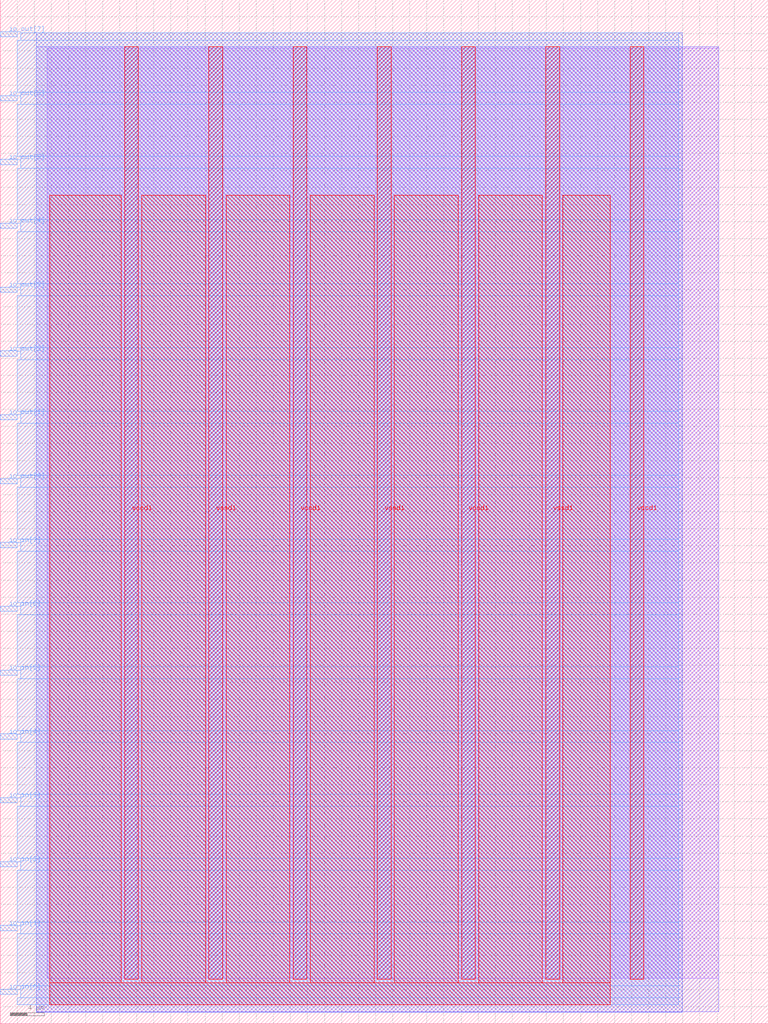
<source format=lef>
VERSION 5.7 ;
  NOWIREEXTENSIONATPIN ON ;
  DIVIDERCHAR "/" ;
  BUSBITCHARS "[]" ;
MACRO yupferris_bitslam
  CLASS BLOCK ;
  FOREIGN yupferris_bitslam ;
  ORIGIN 0.000 0.000 ;
  SIZE 90.000 BY 120.000 ;
  PIN io_in[0]
    DIRECTION INPUT ;
    USE SIGNAL ;
    PORT
      LAYER met3 ;
        RECT 0.000 3.440 2.000 4.040 ;
    END
  END io_in[0]
  PIN io_in[1]
    DIRECTION INPUT ;
    USE SIGNAL ;
    PORT
      LAYER met3 ;
        RECT 0.000 10.920 2.000 11.520 ;
    END
  END io_in[1]
  PIN io_in[2]
    DIRECTION INPUT ;
    USE SIGNAL ;
    PORT
      LAYER met3 ;
        RECT 0.000 18.400 2.000 19.000 ;
    END
  END io_in[2]
  PIN io_in[3]
    DIRECTION INPUT ;
    USE SIGNAL ;
    PORT
      LAYER met3 ;
        RECT 0.000 25.880 2.000 26.480 ;
    END
  END io_in[3]
  PIN io_in[4]
    DIRECTION INPUT ;
    USE SIGNAL ;
    PORT
      LAYER met3 ;
        RECT 0.000 33.360 2.000 33.960 ;
    END
  END io_in[4]
  PIN io_in[5]
    DIRECTION INPUT ;
    USE SIGNAL ;
    PORT
      LAYER met3 ;
        RECT 0.000 40.840 2.000 41.440 ;
    END
  END io_in[5]
  PIN io_in[6]
    DIRECTION INPUT ;
    USE SIGNAL ;
    PORT
      LAYER met3 ;
        RECT 0.000 48.320 2.000 48.920 ;
    END
  END io_in[6]
  PIN io_in[7]
    DIRECTION INPUT ;
    USE SIGNAL ;
    PORT
      LAYER met3 ;
        RECT 0.000 55.800 2.000 56.400 ;
    END
  END io_in[7]
  PIN io_out[0]
    DIRECTION OUTPUT TRISTATE ;
    USE SIGNAL ;
    PORT
      LAYER met3 ;
        RECT 0.000 63.280 2.000 63.880 ;
    END
  END io_out[0]
  PIN io_out[1]
    DIRECTION OUTPUT TRISTATE ;
    USE SIGNAL ;
    PORT
      LAYER met3 ;
        RECT 0.000 70.760 2.000 71.360 ;
    END
  END io_out[1]
  PIN io_out[2]
    DIRECTION OUTPUT TRISTATE ;
    USE SIGNAL ;
    PORT
      LAYER met3 ;
        RECT 0.000 78.240 2.000 78.840 ;
    END
  END io_out[2]
  PIN io_out[3]
    DIRECTION OUTPUT TRISTATE ;
    USE SIGNAL ;
    PORT
      LAYER met3 ;
        RECT 0.000 85.720 2.000 86.320 ;
    END
  END io_out[3]
  PIN io_out[4]
    DIRECTION OUTPUT TRISTATE ;
    USE SIGNAL ;
    PORT
      LAYER met3 ;
        RECT 0.000 93.200 2.000 93.800 ;
    END
  END io_out[4]
  PIN io_out[5]
    DIRECTION OUTPUT TRISTATE ;
    USE SIGNAL ;
    PORT
      LAYER met3 ;
        RECT 0.000 100.680 2.000 101.280 ;
    END
  END io_out[5]
  PIN io_out[6]
    DIRECTION OUTPUT TRISTATE ;
    USE SIGNAL ;
    PORT
      LAYER met3 ;
        RECT 0.000 108.160 2.000 108.760 ;
    END
  END io_out[6]
  PIN io_out[7]
    DIRECTION OUTPUT TRISTATE ;
    USE SIGNAL ;
    PORT
      LAYER met3 ;
        RECT 0.000 115.640 2.000 116.240 ;
    END
  END io_out[7]
  PIN vccd1
    DIRECTION INOUT ;
    USE POWER ;
    PORT
      LAYER met4 ;
        RECT 14.590 5.200 16.190 114.480 ;
    END
    PORT
      LAYER met4 ;
        RECT 34.330 5.200 35.930 114.480 ;
    END
    PORT
      LAYER met4 ;
        RECT 54.070 5.200 55.670 114.480 ;
    END
    PORT
      LAYER met4 ;
        RECT 73.810 5.200 75.410 114.480 ;
    END
  END vccd1
  PIN vssd1
    DIRECTION INOUT ;
    USE GROUND ;
    PORT
      LAYER met4 ;
        RECT 24.460 5.200 26.060 114.480 ;
    END
    PORT
      LAYER met4 ;
        RECT 44.200 5.200 45.800 114.480 ;
    END
    PORT
      LAYER met4 ;
        RECT 63.940 5.200 65.540 114.480 ;
    END
  END vssd1
  OBS
      LAYER li1 ;
        RECT 5.520 5.355 84.180 114.325 ;
      LAYER met1 ;
        RECT 4.210 1.400 84.180 114.480 ;
      LAYER met2 ;
        RECT 4.230 1.370 79.940 116.125 ;
      LAYER met3 ;
        RECT 2.400 115.240 79.515 116.105 ;
        RECT 2.000 109.160 79.515 115.240 ;
        RECT 2.400 107.760 79.515 109.160 ;
        RECT 2.000 101.680 79.515 107.760 ;
        RECT 2.400 100.280 79.515 101.680 ;
        RECT 2.000 94.200 79.515 100.280 ;
        RECT 2.400 92.800 79.515 94.200 ;
        RECT 2.000 86.720 79.515 92.800 ;
        RECT 2.400 85.320 79.515 86.720 ;
        RECT 2.000 79.240 79.515 85.320 ;
        RECT 2.400 77.840 79.515 79.240 ;
        RECT 2.000 71.760 79.515 77.840 ;
        RECT 2.400 70.360 79.515 71.760 ;
        RECT 2.000 64.280 79.515 70.360 ;
        RECT 2.400 62.880 79.515 64.280 ;
        RECT 2.000 56.800 79.515 62.880 ;
        RECT 2.400 55.400 79.515 56.800 ;
        RECT 2.000 49.320 79.515 55.400 ;
        RECT 2.400 47.920 79.515 49.320 ;
        RECT 2.000 41.840 79.515 47.920 ;
        RECT 2.400 40.440 79.515 41.840 ;
        RECT 2.000 34.360 79.515 40.440 ;
        RECT 2.400 32.960 79.515 34.360 ;
        RECT 2.000 26.880 79.515 32.960 ;
        RECT 2.400 25.480 79.515 26.880 ;
        RECT 2.000 19.400 79.515 25.480 ;
        RECT 2.400 18.000 79.515 19.400 ;
        RECT 2.000 11.920 79.515 18.000 ;
        RECT 2.400 10.520 79.515 11.920 ;
        RECT 2.000 4.440 79.515 10.520 ;
        RECT 2.400 3.040 79.515 4.440 ;
        RECT 2.000 2.215 79.515 3.040 ;
      LAYER met4 ;
        RECT 5.815 4.800 14.190 97.065 ;
        RECT 16.590 4.800 24.060 97.065 ;
        RECT 26.460 4.800 33.930 97.065 ;
        RECT 36.330 4.800 43.800 97.065 ;
        RECT 46.200 4.800 53.670 97.065 ;
        RECT 56.070 4.800 63.540 97.065 ;
        RECT 65.940 4.800 71.465 97.065 ;
        RECT 5.815 2.215 71.465 4.800 ;
  END
END yupferris_bitslam
END LIBRARY


</source>
